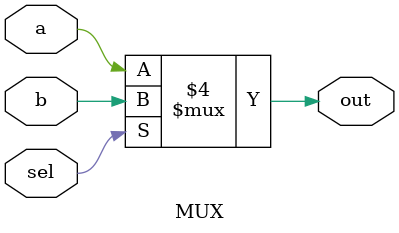
<source format=v>
module MUX(
    sel, a, b,
    out
);
    input sel, a, b;
    output out;

    always @*
    if(sel == 1'b0) begin
        out = a;
    end else begin
        out = b;
    end

endmodule
</source>
